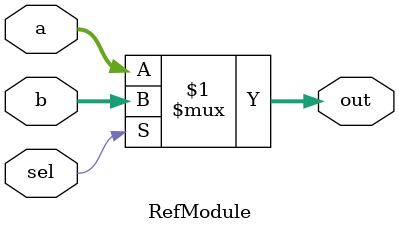
<source format=v>
module RefModule (
  input [99:0] a,
  input [99:0] b,
  input sel,
  output [99:0] out
);

  assign out = sel ? b : a;

endmodule
</source>
